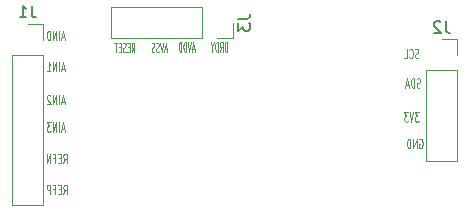
<source format=gbr>
%TF.GenerationSoftware,KiCad,Pcbnew,7.0.5*%
%TF.CreationDate,2023-10-03T15:35:51+05:30*%
%TF.ProjectId,ADS122C04,41445331-3232-4433-9034-2e6b69636164,rev?*%
%TF.SameCoordinates,Original*%
%TF.FileFunction,Legend,Bot*%
%TF.FilePolarity,Positive*%
%FSLAX46Y46*%
G04 Gerber Fmt 4.6, Leading zero omitted, Abs format (unit mm)*
G04 Created by KiCad (PCBNEW 7.0.5) date 2023-10-03 15:35:51*
%MOMM*%
%LPD*%
G01*
G04 APERTURE LIST*
%ADD10C,0.125000*%
%ADD11C,0.100000*%
%ADD12C,0.150000*%
%ADD13C,0.120000*%
G04 APERTURE END LIST*
D10*
X181026125Y-104619823D02*
X180788030Y-104619823D01*
X181073744Y-104848395D02*
X180907078Y-104048395D01*
X180907078Y-104048395D02*
X180740411Y-104848395D01*
X180573745Y-104848395D02*
X180573745Y-104048395D01*
X180335650Y-104848395D02*
X180335650Y-104048395D01*
X180335650Y-104048395D02*
X180049936Y-104848395D01*
X180049936Y-104848395D02*
X180049936Y-104048395D01*
X179859459Y-104048395D02*
X179549935Y-104048395D01*
X179549935Y-104048395D02*
X179716602Y-104353157D01*
X179716602Y-104353157D02*
X179645173Y-104353157D01*
X179645173Y-104353157D02*
X179597554Y-104391252D01*
X179597554Y-104391252D02*
X179573745Y-104429347D01*
X179573745Y-104429347D02*
X179549935Y-104505538D01*
X179549935Y-104505538D02*
X179549935Y-104696014D01*
X179549935Y-104696014D02*
X179573745Y-104772204D01*
X179573745Y-104772204D02*
X179597554Y-104810300D01*
X179597554Y-104810300D02*
X179645173Y-104848395D01*
X179645173Y-104848395D02*
X179788030Y-104848395D01*
X179788030Y-104848395D02*
X179835649Y-104810300D01*
X179835649Y-104810300D02*
X179859459Y-104772204D01*
X180919802Y-110131595D02*
X181086468Y-109750642D01*
X181205516Y-110131595D02*
X181205516Y-109331595D01*
X181205516Y-109331595D02*
X181015040Y-109331595D01*
X181015040Y-109331595D02*
X180967421Y-109369690D01*
X180967421Y-109369690D02*
X180943611Y-109407785D01*
X180943611Y-109407785D02*
X180919802Y-109483976D01*
X180919802Y-109483976D02*
X180919802Y-109598261D01*
X180919802Y-109598261D02*
X180943611Y-109674452D01*
X180943611Y-109674452D02*
X180967421Y-109712547D01*
X180967421Y-109712547D02*
X181015040Y-109750642D01*
X181015040Y-109750642D02*
X181205516Y-109750642D01*
X180705516Y-109712547D02*
X180538849Y-109712547D01*
X180467421Y-110131595D02*
X180705516Y-110131595D01*
X180705516Y-110131595D02*
X180705516Y-109331595D01*
X180705516Y-109331595D02*
X180467421Y-109331595D01*
X180086468Y-109712547D02*
X180253135Y-109712547D01*
X180253135Y-110131595D02*
X180253135Y-109331595D01*
X180253135Y-109331595D02*
X180015040Y-109331595D01*
X179824564Y-110131595D02*
X179824564Y-109331595D01*
X179824564Y-109331595D02*
X179634088Y-109331595D01*
X179634088Y-109331595D02*
X179586469Y-109369690D01*
X179586469Y-109369690D02*
X179562659Y-109407785D01*
X179562659Y-109407785D02*
X179538850Y-109483976D01*
X179538850Y-109483976D02*
X179538850Y-109598261D01*
X179538850Y-109598261D02*
X179562659Y-109674452D01*
X179562659Y-109674452D02*
X179586469Y-109712547D01*
X179586469Y-109712547D02*
X179634088Y-109750642D01*
X179634088Y-109750642D02*
X179824564Y-109750642D01*
D11*
X192034420Y-97813923D02*
X191843944Y-97813923D01*
X192072515Y-98042495D02*
X191939182Y-97242495D01*
X191939182Y-97242495D02*
X191805849Y-98042495D01*
X191729658Y-97242495D02*
X191596325Y-98042495D01*
X191596325Y-98042495D02*
X191462992Y-97242495D01*
X191329658Y-98042495D02*
X191329658Y-97242495D01*
X191329658Y-97242495D02*
X191234420Y-97242495D01*
X191234420Y-97242495D02*
X191177277Y-97280590D01*
X191177277Y-97280590D02*
X191139182Y-97356780D01*
X191139182Y-97356780D02*
X191120135Y-97432971D01*
X191120135Y-97432971D02*
X191101087Y-97585352D01*
X191101087Y-97585352D02*
X191101087Y-97699638D01*
X191101087Y-97699638D02*
X191120135Y-97852019D01*
X191120135Y-97852019D02*
X191139182Y-97928209D01*
X191139182Y-97928209D02*
X191177277Y-98004400D01*
X191177277Y-98004400D02*
X191234420Y-98042495D01*
X191234420Y-98042495D02*
X191329658Y-98042495D01*
X190929658Y-98042495D02*
X190929658Y-97242495D01*
X190929658Y-97242495D02*
X190834420Y-97242495D01*
X190834420Y-97242495D02*
X190777277Y-97280590D01*
X190777277Y-97280590D02*
X190739182Y-97356780D01*
X190739182Y-97356780D02*
X190720135Y-97432971D01*
X190720135Y-97432971D02*
X190701087Y-97585352D01*
X190701087Y-97585352D02*
X190701087Y-97699638D01*
X190701087Y-97699638D02*
X190720135Y-97852019D01*
X190720135Y-97852019D02*
X190739182Y-97928209D01*
X190739182Y-97928209D02*
X190777277Y-98004400D01*
X190777277Y-98004400D02*
X190834420Y-98042495D01*
X190834420Y-98042495D02*
X190929658Y-98042495D01*
X186706801Y-98093295D02*
X186840134Y-97712342D01*
X186935372Y-98093295D02*
X186935372Y-97293295D01*
X186935372Y-97293295D02*
X186782991Y-97293295D01*
X186782991Y-97293295D02*
X186744896Y-97331390D01*
X186744896Y-97331390D02*
X186725849Y-97369485D01*
X186725849Y-97369485D02*
X186706801Y-97445676D01*
X186706801Y-97445676D02*
X186706801Y-97559961D01*
X186706801Y-97559961D02*
X186725849Y-97636152D01*
X186725849Y-97636152D02*
X186744896Y-97674247D01*
X186744896Y-97674247D02*
X186782991Y-97712342D01*
X186782991Y-97712342D02*
X186935372Y-97712342D01*
X186535372Y-97674247D02*
X186402039Y-97674247D01*
X186344896Y-98093295D02*
X186535372Y-98093295D01*
X186535372Y-98093295D02*
X186535372Y-97293295D01*
X186535372Y-97293295D02*
X186344896Y-97293295D01*
X186192515Y-98055200D02*
X186135372Y-98093295D01*
X186135372Y-98093295D02*
X186040134Y-98093295D01*
X186040134Y-98093295D02*
X186002039Y-98055200D01*
X186002039Y-98055200D02*
X185982991Y-98017104D01*
X185982991Y-98017104D02*
X185963944Y-97940914D01*
X185963944Y-97940914D02*
X185963944Y-97864723D01*
X185963944Y-97864723D02*
X185982991Y-97788533D01*
X185982991Y-97788533D02*
X186002039Y-97750438D01*
X186002039Y-97750438D02*
X186040134Y-97712342D01*
X186040134Y-97712342D02*
X186116325Y-97674247D01*
X186116325Y-97674247D02*
X186154420Y-97636152D01*
X186154420Y-97636152D02*
X186173467Y-97598057D01*
X186173467Y-97598057D02*
X186192515Y-97521866D01*
X186192515Y-97521866D02*
X186192515Y-97445676D01*
X186192515Y-97445676D02*
X186173467Y-97369485D01*
X186173467Y-97369485D02*
X186154420Y-97331390D01*
X186154420Y-97331390D02*
X186116325Y-97293295D01*
X186116325Y-97293295D02*
X186021086Y-97293295D01*
X186021086Y-97293295D02*
X185963944Y-97331390D01*
X185792515Y-97674247D02*
X185659182Y-97674247D01*
X185602039Y-98093295D02*
X185792515Y-98093295D01*
X185792515Y-98093295D02*
X185792515Y-97293295D01*
X185792515Y-97293295D02*
X185602039Y-97293295D01*
X185487753Y-97293295D02*
X185259182Y-97293295D01*
X185373468Y-98093295D02*
X185373468Y-97293295D01*
X194809372Y-98042495D02*
X194809372Y-97242495D01*
X194809372Y-97242495D02*
X194714134Y-97242495D01*
X194714134Y-97242495D02*
X194656991Y-97280590D01*
X194656991Y-97280590D02*
X194618896Y-97356780D01*
X194618896Y-97356780D02*
X194599849Y-97432971D01*
X194599849Y-97432971D02*
X194580801Y-97585352D01*
X194580801Y-97585352D02*
X194580801Y-97699638D01*
X194580801Y-97699638D02*
X194599849Y-97852019D01*
X194599849Y-97852019D02*
X194618896Y-97928209D01*
X194618896Y-97928209D02*
X194656991Y-98004400D01*
X194656991Y-98004400D02*
X194714134Y-98042495D01*
X194714134Y-98042495D02*
X194809372Y-98042495D01*
X194180801Y-98042495D02*
X194314134Y-97661542D01*
X194409372Y-98042495D02*
X194409372Y-97242495D01*
X194409372Y-97242495D02*
X194256991Y-97242495D01*
X194256991Y-97242495D02*
X194218896Y-97280590D01*
X194218896Y-97280590D02*
X194199849Y-97318685D01*
X194199849Y-97318685D02*
X194180801Y-97394876D01*
X194180801Y-97394876D02*
X194180801Y-97509161D01*
X194180801Y-97509161D02*
X194199849Y-97585352D01*
X194199849Y-97585352D02*
X194218896Y-97623447D01*
X194218896Y-97623447D02*
X194256991Y-97661542D01*
X194256991Y-97661542D02*
X194409372Y-97661542D01*
X194009372Y-98042495D02*
X194009372Y-97242495D01*
X194009372Y-97242495D02*
X193914134Y-97242495D01*
X193914134Y-97242495D02*
X193856991Y-97280590D01*
X193856991Y-97280590D02*
X193818896Y-97356780D01*
X193818896Y-97356780D02*
X193799849Y-97432971D01*
X193799849Y-97432971D02*
X193780801Y-97585352D01*
X193780801Y-97585352D02*
X193780801Y-97699638D01*
X193780801Y-97699638D02*
X193799849Y-97852019D01*
X193799849Y-97852019D02*
X193818896Y-97928209D01*
X193818896Y-97928209D02*
X193856991Y-98004400D01*
X193856991Y-98004400D02*
X193914134Y-98042495D01*
X193914134Y-98042495D02*
X194009372Y-98042495D01*
X193533182Y-97661542D02*
X193533182Y-98042495D01*
X193666515Y-97242495D02*
X193533182Y-97661542D01*
X193533182Y-97661542D02*
X193399849Y-97242495D01*
D10*
X181026125Y-102283023D02*
X180788030Y-102283023D01*
X181073744Y-102511595D02*
X180907078Y-101711595D01*
X180907078Y-101711595D02*
X180740411Y-102511595D01*
X180573745Y-102511595D02*
X180573745Y-101711595D01*
X180335650Y-102511595D02*
X180335650Y-101711595D01*
X180335650Y-101711595D02*
X180049936Y-102511595D01*
X180049936Y-102511595D02*
X180049936Y-101711595D01*
X179835649Y-101787785D02*
X179811840Y-101749690D01*
X179811840Y-101749690D02*
X179764221Y-101711595D01*
X179764221Y-101711595D02*
X179645173Y-101711595D01*
X179645173Y-101711595D02*
X179597554Y-101749690D01*
X179597554Y-101749690D02*
X179573745Y-101787785D01*
X179573745Y-101787785D02*
X179549935Y-101863976D01*
X179549935Y-101863976D02*
X179549935Y-101940166D01*
X179549935Y-101940166D02*
X179573745Y-102054452D01*
X179573745Y-102054452D02*
X179859459Y-102511595D01*
X179859459Y-102511595D02*
X179549935Y-102511595D01*
D11*
X189697620Y-97864723D02*
X189507144Y-97864723D01*
X189735715Y-98093295D02*
X189602382Y-97293295D01*
X189602382Y-97293295D02*
X189469049Y-98093295D01*
X189392858Y-97293295D02*
X189259525Y-98093295D01*
X189259525Y-98093295D02*
X189126192Y-97293295D01*
X189011906Y-98055200D02*
X188954763Y-98093295D01*
X188954763Y-98093295D02*
X188859525Y-98093295D01*
X188859525Y-98093295D02*
X188821430Y-98055200D01*
X188821430Y-98055200D02*
X188802382Y-98017104D01*
X188802382Y-98017104D02*
X188783335Y-97940914D01*
X188783335Y-97940914D02*
X188783335Y-97864723D01*
X188783335Y-97864723D02*
X188802382Y-97788533D01*
X188802382Y-97788533D02*
X188821430Y-97750438D01*
X188821430Y-97750438D02*
X188859525Y-97712342D01*
X188859525Y-97712342D02*
X188935716Y-97674247D01*
X188935716Y-97674247D02*
X188973811Y-97636152D01*
X188973811Y-97636152D02*
X188992858Y-97598057D01*
X188992858Y-97598057D02*
X189011906Y-97521866D01*
X189011906Y-97521866D02*
X189011906Y-97445676D01*
X189011906Y-97445676D02*
X188992858Y-97369485D01*
X188992858Y-97369485D02*
X188973811Y-97331390D01*
X188973811Y-97331390D02*
X188935716Y-97293295D01*
X188935716Y-97293295D02*
X188840477Y-97293295D01*
X188840477Y-97293295D02*
X188783335Y-97331390D01*
X188630954Y-98055200D02*
X188573811Y-98093295D01*
X188573811Y-98093295D02*
X188478573Y-98093295D01*
X188478573Y-98093295D02*
X188440478Y-98055200D01*
X188440478Y-98055200D02*
X188421430Y-98017104D01*
X188421430Y-98017104D02*
X188402383Y-97940914D01*
X188402383Y-97940914D02*
X188402383Y-97864723D01*
X188402383Y-97864723D02*
X188421430Y-97788533D01*
X188421430Y-97788533D02*
X188440478Y-97750438D01*
X188440478Y-97750438D02*
X188478573Y-97712342D01*
X188478573Y-97712342D02*
X188554764Y-97674247D01*
X188554764Y-97674247D02*
X188592859Y-97636152D01*
X188592859Y-97636152D02*
X188611906Y-97598057D01*
X188611906Y-97598057D02*
X188630954Y-97521866D01*
X188630954Y-97521866D02*
X188630954Y-97445676D01*
X188630954Y-97445676D02*
X188611906Y-97369485D01*
X188611906Y-97369485D02*
X188592859Y-97331390D01*
X188592859Y-97331390D02*
X188554764Y-97293295D01*
X188554764Y-97293295D02*
X188459525Y-97293295D01*
X188459525Y-97293295D02*
X188402383Y-97331390D01*
D10*
X210998125Y-98561900D02*
X210926697Y-98599995D01*
X210926697Y-98599995D02*
X210807649Y-98599995D01*
X210807649Y-98599995D02*
X210760030Y-98561900D01*
X210760030Y-98561900D02*
X210736221Y-98523804D01*
X210736221Y-98523804D02*
X210712411Y-98447614D01*
X210712411Y-98447614D02*
X210712411Y-98371423D01*
X210712411Y-98371423D02*
X210736221Y-98295233D01*
X210736221Y-98295233D02*
X210760030Y-98257138D01*
X210760030Y-98257138D02*
X210807649Y-98219042D01*
X210807649Y-98219042D02*
X210902887Y-98180947D01*
X210902887Y-98180947D02*
X210950506Y-98142852D01*
X210950506Y-98142852D02*
X210974316Y-98104757D01*
X210974316Y-98104757D02*
X210998125Y-98028566D01*
X210998125Y-98028566D02*
X210998125Y-97952376D01*
X210998125Y-97952376D02*
X210974316Y-97876185D01*
X210974316Y-97876185D02*
X210950506Y-97838090D01*
X210950506Y-97838090D02*
X210902887Y-97799995D01*
X210902887Y-97799995D02*
X210783840Y-97799995D01*
X210783840Y-97799995D02*
X210712411Y-97838090D01*
X210212412Y-98523804D02*
X210236221Y-98561900D01*
X210236221Y-98561900D02*
X210307650Y-98599995D01*
X210307650Y-98599995D02*
X210355269Y-98599995D01*
X210355269Y-98599995D02*
X210426697Y-98561900D01*
X210426697Y-98561900D02*
X210474316Y-98485709D01*
X210474316Y-98485709D02*
X210498126Y-98409519D01*
X210498126Y-98409519D02*
X210521935Y-98257138D01*
X210521935Y-98257138D02*
X210521935Y-98142852D01*
X210521935Y-98142852D02*
X210498126Y-97990471D01*
X210498126Y-97990471D02*
X210474316Y-97914280D01*
X210474316Y-97914280D02*
X210426697Y-97838090D01*
X210426697Y-97838090D02*
X210355269Y-97799995D01*
X210355269Y-97799995D02*
X210307650Y-97799995D01*
X210307650Y-97799995D02*
X210236221Y-97838090D01*
X210236221Y-97838090D02*
X210212412Y-97876185D01*
X209760031Y-98599995D02*
X209998126Y-98599995D01*
X209998126Y-98599995D02*
X209998126Y-97799995D01*
X181026125Y-96847423D02*
X180788030Y-96847423D01*
X181073744Y-97075995D02*
X180907078Y-96275995D01*
X180907078Y-96275995D02*
X180740411Y-97075995D01*
X180573745Y-97075995D02*
X180573745Y-96275995D01*
X180335650Y-97075995D02*
X180335650Y-96275995D01*
X180335650Y-96275995D02*
X180049936Y-97075995D01*
X180049936Y-97075995D02*
X180049936Y-96275995D01*
X179716602Y-96275995D02*
X179668983Y-96275995D01*
X179668983Y-96275995D02*
X179621364Y-96314090D01*
X179621364Y-96314090D02*
X179597554Y-96352185D01*
X179597554Y-96352185D02*
X179573745Y-96428376D01*
X179573745Y-96428376D02*
X179549935Y-96580757D01*
X179549935Y-96580757D02*
X179549935Y-96771233D01*
X179549935Y-96771233D02*
X179573745Y-96923614D01*
X179573745Y-96923614D02*
X179597554Y-96999804D01*
X179597554Y-96999804D02*
X179621364Y-97037900D01*
X179621364Y-97037900D02*
X179668983Y-97075995D01*
X179668983Y-97075995D02*
X179716602Y-97075995D01*
X179716602Y-97075995D02*
X179764221Y-97037900D01*
X179764221Y-97037900D02*
X179788030Y-96999804D01*
X179788030Y-96999804D02*
X179811840Y-96923614D01*
X179811840Y-96923614D02*
X179835649Y-96771233D01*
X179835649Y-96771233D02*
X179835649Y-96580757D01*
X179835649Y-96580757D02*
X179811840Y-96428376D01*
X179811840Y-96428376D02*
X179788030Y-96352185D01*
X179788030Y-96352185D02*
X179764221Y-96314090D01*
X179764221Y-96314090D02*
X179716602Y-96275995D01*
X211021935Y-103184795D02*
X210712411Y-103184795D01*
X210712411Y-103184795D02*
X210879078Y-103489557D01*
X210879078Y-103489557D02*
X210807649Y-103489557D01*
X210807649Y-103489557D02*
X210760030Y-103527652D01*
X210760030Y-103527652D02*
X210736221Y-103565747D01*
X210736221Y-103565747D02*
X210712411Y-103641938D01*
X210712411Y-103641938D02*
X210712411Y-103832414D01*
X210712411Y-103832414D02*
X210736221Y-103908604D01*
X210736221Y-103908604D02*
X210760030Y-103946700D01*
X210760030Y-103946700D02*
X210807649Y-103984795D01*
X210807649Y-103984795D02*
X210950506Y-103984795D01*
X210950506Y-103984795D02*
X210998125Y-103946700D01*
X210998125Y-103946700D02*
X211021935Y-103908604D01*
X210569554Y-103184795D02*
X210402888Y-103984795D01*
X210402888Y-103984795D02*
X210236221Y-103184795D01*
X210117174Y-103184795D02*
X209807650Y-103184795D01*
X209807650Y-103184795D02*
X209974317Y-103489557D01*
X209974317Y-103489557D02*
X209902888Y-103489557D01*
X209902888Y-103489557D02*
X209855269Y-103527652D01*
X209855269Y-103527652D02*
X209831460Y-103565747D01*
X209831460Y-103565747D02*
X209807650Y-103641938D01*
X209807650Y-103641938D02*
X209807650Y-103832414D01*
X209807650Y-103832414D02*
X209831460Y-103908604D01*
X209831460Y-103908604D02*
X209855269Y-103946700D01*
X209855269Y-103946700D02*
X209902888Y-103984795D01*
X209902888Y-103984795D02*
X210045745Y-103984795D01*
X210045745Y-103984795D02*
X210093364Y-103946700D01*
X210093364Y-103946700D02*
X210117174Y-103908604D01*
X181026125Y-99489023D02*
X180788030Y-99489023D01*
X181073744Y-99717595D02*
X180907078Y-98917595D01*
X180907078Y-98917595D02*
X180740411Y-99717595D01*
X180573745Y-99717595D02*
X180573745Y-98917595D01*
X180335650Y-99717595D02*
X180335650Y-98917595D01*
X180335650Y-98917595D02*
X180049936Y-99717595D01*
X180049936Y-99717595D02*
X180049936Y-98917595D01*
X179549935Y-99717595D02*
X179835649Y-99717595D01*
X179692792Y-99717595D02*
X179692792Y-98917595D01*
X179692792Y-98917595D02*
X179740411Y-99031880D01*
X179740411Y-99031880D02*
X179788030Y-99108071D01*
X179788030Y-99108071D02*
X179835649Y-99146166D01*
X211068011Y-105458090D02*
X211115630Y-105419995D01*
X211115630Y-105419995D02*
X211187059Y-105419995D01*
X211187059Y-105419995D02*
X211258487Y-105458090D01*
X211258487Y-105458090D02*
X211306106Y-105534280D01*
X211306106Y-105534280D02*
X211329916Y-105610471D01*
X211329916Y-105610471D02*
X211353725Y-105762852D01*
X211353725Y-105762852D02*
X211353725Y-105877138D01*
X211353725Y-105877138D02*
X211329916Y-106029519D01*
X211329916Y-106029519D02*
X211306106Y-106105709D01*
X211306106Y-106105709D02*
X211258487Y-106181900D01*
X211258487Y-106181900D02*
X211187059Y-106219995D01*
X211187059Y-106219995D02*
X211139440Y-106219995D01*
X211139440Y-106219995D02*
X211068011Y-106181900D01*
X211068011Y-106181900D02*
X211044202Y-106143804D01*
X211044202Y-106143804D02*
X211044202Y-105877138D01*
X211044202Y-105877138D02*
X211139440Y-105877138D01*
X210829916Y-106219995D02*
X210829916Y-105419995D01*
X210829916Y-105419995D02*
X210544202Y-106219995D01*
X210544202Y-106219995D02*
X210544202Y-105419995D01*
X210306106Y-106219995D02*
X210306106Y-105419995D01*
X210306106Y-105419995D02*
X210187058Y-105419995D01*
X210187058Y-105419995D02*
X210115630Y-105458090D01*
X210115630Y-105458090D02*
X210068011Y-105534280D01*
X210068011Y-105534280D02*
X210044201Y-105610471D01*
X210044201Y-105610471D02*
X210020392Y-105762852D01*
X210020392Y-105762852D02*
X210020392Y-105877138D01*
X210020392Y-105877138D02*
X210044201Y-106029519D01*
X210044201Y-106029519D02*
X210068011Y-106105709D01*
X210068011Y-106105709D02*
X210115630Y-106181900D01*
X210115630Y-106181900D02*
X210187058Y-106219995D01*
X210187058Y-106219995D02*
X210306106Y-106219995D01*
X211150525Y-101051100D02*
X211079097Y-101089195D01*
X211079097Y-101089195D02*
X210960049Y-101089195D01*
X210960049Y-101089195D02*
X210912430Y-101051100D01*
X210912430Y-101051100D02*
X210888621Y-101013004D01*
X210888621Y-101013004D02*
X210864811Y-100936814D01*
X210864811Y-100936814D02*
X210864811Y-100860623D01*
X210864811Y-100860623D02*
X210888621Y-100784433D01*
X210888621Y-100784433D02*
X210912430Y-100746338D01*
X210912430Y-100746338D02*
X210960049Y-100708242D01*
X210960049Y-100708242D02*
X211055287Y-100670147D01*
X211055287Y-100670147D02*
X211102906Y-100632052D01*
X211102906Y-100632052D02*
X211126716Y-100593957D01*
X211126716Y-100593957D02*
X211150525Y-100517766D01*
X211150525Y-100517766D02*
X211150525Y-100441576D01*
X211150525Y-100441576D02*
X211126716Y-100365385D01*
X211126716Y-100365385D02*
X211102906Y-100327290D01*
X211102906Y-100327290D02*
X211055287Y-100289195D01*
X211055287Y-100289195D02*
X210936240Y-100289195D01*
X210936240Y-100289195D02*
X210864811Y-100327290D01*
X210650526Y-101089195D02*
X210650526Y-100289195D01*
X210650526Y-100289195D02*
X210531478Y-100289195D01*
X210531478Y-100289195D02*
X210460050Y-100327290D01*
X210460050Y-100327290D02*
X210412431Y-100403480D01*
X210412431Y-100403480D02*
X210388621Y-100479671D01*
X210388621Y-100479671D02*
X210364812Y-100632052D01*
X210364812Y-100632052D02*
X210364812Y-100746338D01*
X210364812Y-100746338D02*
X210388621Y-100898719D01*
X210388621Y-100898719D02*
X210412431Y-100974909D01*
X210412431Y-100974909D02*
X210460050Y-101051100D01*
X210460050Y-101051100D02*
X210531478Y-101089195D01*
X210531478Y-101089195D02*
X210650526Y-101089195D01*
X210174335Y-100860623D02*
X209936240Y-100860623D01*
X210221954Y-101089195D02*
X210055288Y-100289195D01*
X210055288Y-100289195D02*
X209888621Y-101089195D01*
X180919802Y-107489995D02*
X181086468Y-107109042D01*
X181205516Y-107489995D02*
X181205516Y-106689995D01*
X181205516Y-106689995D02*
X181015040Y-106689995D01*
X181015040Y-106689995D02*
X180967421Y-106728090D01*
X180967421Y-106728090D02*
X180943611Y-106766185D01*
X180943611Y-106766185D02*
X180919802Y-106842376D01*
X180919802Y-106842376D02*
X180919802Y-106956661D01*
X180919802Y-106956661D02*
X180943611Y-107032852D01*
X180943611Y-107032852D02*
X180967421Y-107070947D01*
X180967421Y-107070947D02*
X181015040Y-107109042D01*
X181015040Y-107109042D02*
X181205516Y-107109042D01*
X180705516Y-107070947D02*
X180538849Y-107070947D01*
X180467421Y-107489995D02*
X180705516Y-107489995D01*
X180705516Y-107489995D02*
X180705516Y-106689995D01*
X180705516Y-106689995D02*
X180467421Y-106689995D01*
X180086468Y-107070947D02*
X180253135Y-107070947D01*
X180253135Y-107489995D02*
X180253135Y-106689995D01*
X180253135Y-106689995D02*
X180015040Y-106689995D01*
X179824564Y-107489995D02*
X179824564Y-106689995D01*
X179824564Y-106689995D02*
X179538850Y-107489995D01*
X179538850Y-107489995D02*
X179538850Y-106689995D01*
D12*
%TO.C,J1*%
X178234933Y-94152819D02*
X178234933Y-94867104D01*
X178234933Y-94867104D02*
X178282552Y-95009961D01*
X178282552Y-95009961D02*
X178377790Y-95105200D01*
X178377790Y-95105200D02*
X178520647Y-95152819D01*
X178520647Y-95152819D02*
X178615885Y-95152819D01*
X177234933Y-95152819D02*
X177806361Y-95152819D01*
X177520647Y-95152819D02*
X177520647Y-94152819D01*
X177520647Y-94152819D02*
X177615885Y-94295676D01*
X177615885Y-94295676D02*
X177711123Y-94390914D01*
X177711123Y-94390914D02*
X177806361Y-94438533D01*
%TO.C,J2*%
X213286933Y-95473619D02*
X213286933Y-96187904D01*
X213286933Y-96187904D02*
X213334552Y-96330761D01*
X213334552Y-96330761D02*
X213429790Y-96426000D01*
X213429790Y-96426000D02*
X213572647Y-96473619D01*
X213572647Y-96473619D02*
X213667885Y-96473619D01*
X212858361Y-95568857D02*
X212810742Y-95521238D01*
X212810742Y-95521238D02*
X212715504Y-95473619D01*
X212715504Y-95473619D02*
X212477409Y-95473619D01*
X212477409Y-95473619D02*
X212382171Y-95521238D01*
X212382171Y-95521238D02*
X212334552Y-95568857D01*
X212334552Y-95568857D02*
X212286933Y-95664095D01*
X212286933Y-95664095D02*
X212286933Y-95759333D01*
X212286933Y-95759333D02*
X212334552Y-95902190D01*
X212334552Y-95902190D02*
X212905980Y-96473619D01*
X212905980Y-96473619D02*
X212286933Y-96473619D01*
%TO.C,J3*%
X195739219Y-95272266D02*
X196453504Y-95272266D01*
X196453504Y-95272266D02*
X196596361Y-95224647D01*
X196596361Y-95224647D02*
X196691600Y-95129409D01*
X196691600Y-95129409D02*
X196739219Y-94986552D01*
X196739219Y-94986552D02*
X196739219Y-94891314D01*
X195739219Y-95653219D02*
X195739219Y-96272266D01*
X195739219Y-96272266D02*
X196120171Y-95938933D01*
X196120171Y-95938933D02*
X196120171Y-96081790D01*
X196120171Y-96081790D02*
X196167790Y-96177028D01*
X196167790Y-96177028D02*
X196215409Y-96224647D01*
X196215409Y-96224647D02*
X196310647Y-96272266D01*
X196310647Y-96272266D02*
X196548742Y-96272266D01*
X196548742Y-96272266D02*
X196643980Y-96224647D01*
X196643980Y-96224647D02*
X196691600Y-96177028D01*
X196691600Y-96177028D02*
X196739219Y-96081790D01*
X196739219Y-96081790D02*
X196739219Y-95796076D01*
X196739219Y-95796076D02*
X196691600Y-95700838D01*
X196691600Y-95700838D02*
X196643980Y-95653219D01*
D13*
%TO.C,J1*%
X179231600Y-111058000D02*
X176571600Y-111058000D01*
X179231600Y-98298000D02*
X179231600Y-111058000D01*
X179231600Y-98298000D02*
X176571600Y-98298000D01*
X179231600Y-97028000D02*
X179231600Y-95698000D01*
X179231600Y-95698000D02*
X177901600Y-95698000D01*
X176571600Y-98298000D02*
X176571600Y-111058000D01*
%TO.C,J2*%
X214283600Y-107298800D02*
X211623600Y-107298800D01*
X214283600Y-99618800D02*
X214283600Y-107298800D01*
X214283600Y-99618800D02*
X211623600Y-99618800D01*
X214283600Y-98348800D02*
X214283600Y-97018800D01*
X214283600Y-97018800D02*
X212953600Y-97018800D01*
X211623600Y-99618800D02*
X211623600Y-107298800D01*
%TO.C,J3*%
X185004400Y-96935600D02*
X185004400Y-94275600D01*
X192684400Y-96935600D02*
X185004400Y-96935600D01*
X192684400Y-96935600D02*
X192684400Y-94275600D01*
X193954400Y-96935600D02*
X195284400Y-96935600D01*
X195284400Y-96935600D02*
X195284400Y-95605600D01*
X192684400Y-94275600D02*
X185004400Y-94275600D01*
%TD*%
M02*

</source>
